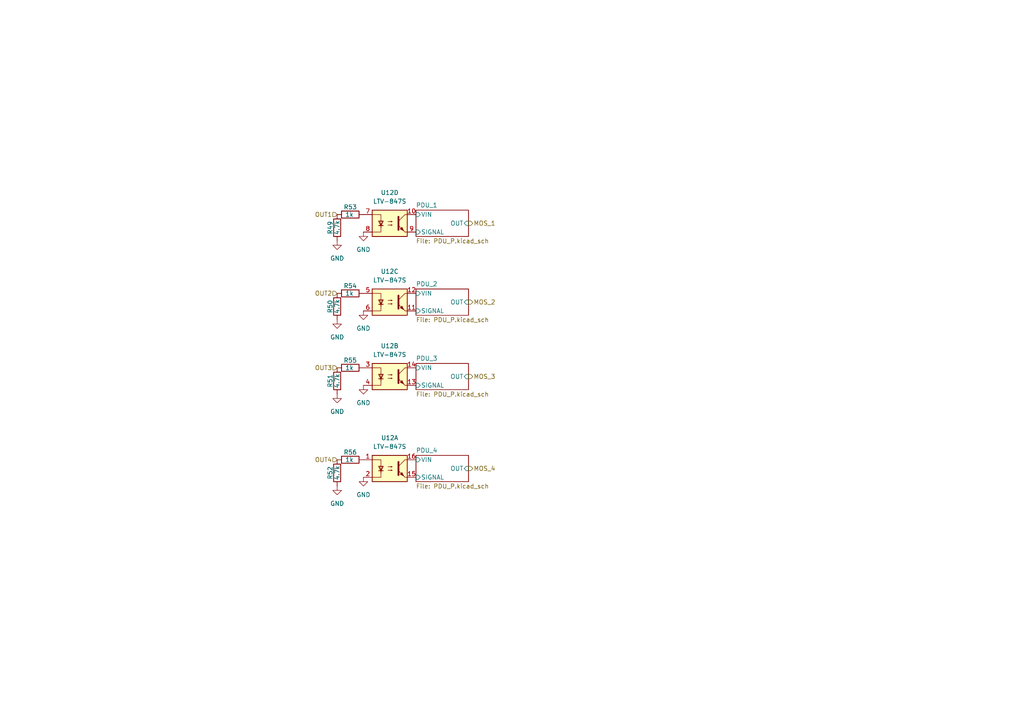
<source format=kicad_sch>
(kicad_sch (version 20250114) (generator "eeschema") (generator_version "9.0")
  (paper "A4")
  (lib_symbols
    (symbol "Device:R" (pin_numbers (hide yes)) (pin_names (offset 0))
      (property "Reference" "R" (at 2.032 0 90))
      (property "Value" "R" (at 0 0 90))
      (symbol "R_0_1"
        (rectangle (start -1.016 -2.54) (end 1.016 2.54) (stroke (width 0.254)))
      )
      (symbol "R_1_1"
        (pin passive line (at 0 3.81 270) (length 1.27) (name "~") (number "1"))
        (pin passive line (at 0 -3.81 90) (length 1.27) (name "~") (number "2"))
      )
    )
    (symbol "Isolator:LTV-847S" (pin_names (offset 1.016))
      (property "Reference" "U" (at -3.81 5.08 0))
      (property "Value" "LTV-847S" (at 0 -5.08 0))
      (symbol "LTV-847S_0_1"
        (rectangle (start -5.08 3.81) (end 5.08 -3.81) (stroke (width 0.254)) (fill (type background)))
        (polyline (pts (xy -5.08 2.54) (xy -2.54 2.54) (xy -2.54 -1.27) (xy -2.54 0.635)))
        (polyline (pts (xy -3.175 -0.635) (xy -1.905 -0.635)) (stroke (width 0.254)))
        (polyline (pts (xy -2.54 -0.635) (xy -2.54 -2.54) (xy -5.08 -2.54)))
        (polyline (pts (xy -2.54 -0.635) (xy -3.175 0.635) (xy -1.905 0.635) (xy -2.54 -0.635)) (stroke (width 0.254)))
        (polyline (pts (xy -0.508 0.508) (xy 0.762 0.508) (xy 0.381 0.381) (xy 0.381 0.635) (xy 0.762 0.508)))
        (polyline (pts (xy -0.508 -0.508) (xy 0.762 -0.508) (xy 0.381 -0.635) (xy 0.381 -0.381) (xy 0.762 -0.508)))
        (polyline (pts (xy 2.54 1.905) (xy 2.54 -1.905) (xy 2.54 -1.905)) (stroke (width 0.508)))
        (polyline (pts (xy 2.54 0.635) (xy 4.445 2.54)))
        (polyline (pts (xy 3.048 -1.651) (xy 3.556 -1.143) (xy 4.064 -2.159) (xy 3.048 -1.651) (xy 3.048 -1.651)) (fill (type outline)))
        (polyline (pts (xy 4.445 2.54) (xy 5.08 2.54)))
        (polyline (pts (xy 4.445 -2.54) (xy 2.54 -0.635)) (fill (type outline)))
        (polyline (pts (xy 4.445 -2.54) (xy 5.08 -2.54)))
      )
      (symbol "LTV-847S_1_1"
        (pin passive line (at -7.62 2.54 0) (length 2.54) (name "~") (number "1"))
        (pin passive line (at -7.62 -2.54 0) (length 2.54) (name "~") (number "2"))
        (pin passive line (at 7.62 2.54 180) (length 2.54) (name "~") (number "16"))
        (pin passive line (at 7.62 -2.54 180) (length 2.54) (name "~") (number "15"))
      )
      (symbol "LTV-847S_2_1"
        (pin passive line (at -7.62 2.54 0) (length 2.54) (name "~") (number "3"))
        (pin passive line (at -7.62 -2.54 0) (length 2.54) (name "~") (number "4"))
        (pin passive line (at 7.62 2.54 180) (length 2.54) (name "~") (number "14"))
        (pin passive line (at 7.62 -2.54 180) (length 2.54) (name "~") (number "13"))
      )
      (symbol "LTV-847S_3_1"
        (pin passive line (at -7.62 2.54 0) (length 2.54) (name "~") (number "5"))
        (pin passive line (at -7.62 -2.54 0) (length 2.54) (name "~") (number "6"))
        (pin passive line (at 7.62 2.54 180) (length 2.54) (name "~") (number "12"))
        (pin passive line (at 7.62 -2.54 180) (length 2.54) (name "~") (number "11"))
      )
      (symbol "LTV-847S_4_1"
        (pin passive line (at -7.62 2.54 0) (length 2.54) (name "~") (number "7"))
        (pin passive line (at -7.62 -2.54 0) (length 2.54) (name "~") (number "8"))
        (pin passive line (at 7.62 2.54 180) (length 2.54) (name "~") (number "10"))
        (pin passive line (at 7.62 -2.54 180) (length 2.54) (name "~") (number "9"))
      )
    )
    (symbol "power:GND" (power) (pin_names (offset 0))
      (property "Value" "GND" (at 0 -3.81 0))
      (symbol "GND_0_1"
        (polyline (pts (xy 0 0) (xy 0 -1.27) (xy 1.27 -1.27) (xy 0 -2.54) (xy -1.27 -1.27) (xy 0 -1.27)))
      )
      (symbol "GND_1_1"
        (pin power_in line (at 0 0 270) (length 0) (hide yes) (name "GND") (number "1"))
      )
    )
  )
  (hierarchical_label "MOS_2" (shape output) (at 135.89 87.63 0))
  (hierarchical_label "MOS_4" (shape output) (at 135.89 135.89 0))
  (hierarchical_label "MOS_1" (shape output) (at 135.89 64.77 0))
  (hierarchical_label "OUT3" (shape input) (at 97.79 106.68 180))
  (hierarchical_label "OUT1" (shape input) (at 97.79 62.23 180))
  (hierarchical_label "OUT4" (shape input) (at 97.79 133.35 180))
  (hierarchical_label "MOS_3" (shape output) (at 135.89 109.22 0))
  (hierarchical_label "OUT2" (shape input) (at 97.79 85.09 180))
  (symbol (lib_id "Device:R") (at 97.79 88.9 0) (mirror x) (unit 1)
    (property "Reference" "R50" (at 95.758 88.9 90))
    (property "Value" "4.7k" (at 97.79 88.9 90))
    (property "Footprint" "RMC_Resistor:R_0805_2012Metric_Pad1.20x1.40mm_HandSolder_L" (effects (hide yes)))
  )
  (symbol (lib_id "Device:R") (at 97.79 66.04 0) (mirror x) (unit 1)
    (property "Reference" "R49" (at 95.758 66.04 90))
    (property "Value" "4.7k" (at 97.79 66.04 90))
    (property "Footprint" "RMC_Resistor:R_0805_2012Metric_Pad1.20x1.40mm_HandSolder_L" (effects (hide yes)))
  )
  (symbol (lib_id "Device:R") (at 97.79 137.16 0) (mirror x) (unit 1)
    (property "Reference" "R52" (at 95.758 137.16 90))
    (property "Value" "4.7k" (at 97.79 137.16 90))
    (property "Footprint" "RMC_Resistor:R_0805_2012Metric_Pad1.20x1.40mm_HandSolder_L" (effects (hide yes)))
  )
  (symbol (lib_id "power:GND") (at 97.79 140.97 0) (unit 1)
    (property "Reference" "#PWR092" (effects (hide yes)))
    (property "Value" "GND" (at 97.79 146.05 0))
  )
  (symbol (lib_id "power:GND") (at 105.41 67.31 0) (unit 1)
    (property "Reference" "#PWR093" (effects (hide yes)))
    (property "Value" "GND" (at 105.41 72.39 0))
  )
  (symbol (lib_id "Isolator:LTV-847S") (at 113.03 109.22 0) (unit 2)
    (property "Reference" "U12" (at 113.03 100.33 0))
    (property "Value" "LTV-847S" (at 113.03 102.87 0))
    (property "Footprint" "to be sorted:SMDIP-16_W9.53mm" (effects (hide yes)))
    (property "Datasheet" "http://www.us.liteon.com/downloads/LTV-817-827-847.PDF" (effects (hide yes)))
    (property "Description" "DC Optocoupler, Vce 35V, CTR 50%, SMDIP-16" (effects (hide yes)))
  )
  (symbol (lib_id "Device:R") (at 97.79 110.49 0) (mirror x) (unit 1)
    (property "Reference" "R51" (at 95.758 110.49 90))
    (property "Value" "4.7k" (at 97.79 110.49 90))
    (property "Footprint" "RMC_Resistor:R_0805_2012Metric_Pad1.20x1.40mm_HandSolder_L" (effects (hide yes)))
  )
  (symbol (lib_id "power:GND") (at 97.79 114.3 0) (unit 1)
    (property "Reference" "#PWR091" (effects (hide yes)))
    (property "Value" "GND" (at 97.79 119.38 0))
  )
  (symbol (lib_id "Isolator:LTV-847S") (at 113.03 87.63 0) (unit 3)
    (property "Reference" "U12" (at 113.03 78.74 0))
    (property "Value" "LTV-847S" (at 113.03 81.28 0))
    (property "Footprint" "to be sorted:SMDIP-16_W9.53mm" (effects (hide yes)))
    (property "Datasheet" "http://www.us.liteon.com/downloads/LTV-817-827-847.PDF" (effects (hide yes)))
    (property "Description" "DC Optocoupler, Vce 35V, CTR 50%, SMDIP-16" (effects (hide yes)))
  )
  (symbol (lib_id "power:GND") (at 97.79 69.85 0) (unit 1)
    (property "Reference" "#PWR089" (effects (hide yes)))
    (property "Value" "GND" (at 97.79 74.93 0))
  )
  (symbol (lib_id "power:GND") (at 105.41 138.43 0) (unit 1)
    (property "Reference" "#PWR096" (effects (hide yes)))
    (property "Value" "GND" (at 105.41 143.51 0))
  )
  (symbol (lib_id "Device:R") (at 101.6 133.35 90) (mirror x) (unit 1)
    (property "Reference" "R56" (at 101.6 131.191 90))
    (property "Value" "1k" (at 101.346 133.35 90))
    (property "Footprint" "RMC_Resistor:R_0805_2012Metric_Pad1.20x1.40mm_HandSolder_L" (effects (hide yes)))
  )
  (symbol (lib_id "Isolator:LTV-847S") (at 113.03 64.77 0) (unit 4)
    (property "Reference" "U12" (at 113.03 55.88 0))
    (property "Value" "LTV-847S" (at 113.03 58.42 0))
    (property "Footprint" "to be sorted:SMDIP-16_W9.53mm" (effects (hide yes)))
    (property "Datasheet" "http://www.us.liteon.com/downloads/LTV-817-827-847.PDF" (effects (hide yes)))
    (property "Description" "DC Optocoupler, Vce 35V, CTR 50%, SMDIP-16" (effects (hide yes)))
  )
  (symbol (lib_id "Isolator:LTV-847S") (at 113.03 135.89 0) (unit 1)
    (property "Reference" "U12" (at 113.03 127 0))
    (property "Value" "LTV-847S" (at 113.03 129.54 0))
    (property "Footprint" "to be sorted:SMDIP-16_W9.53mm" (effects (hide yes)))
    (property "Datasheet" "http://www.us.liteon.com/downloads/LTV-817-827-847.PDF" (effects (hide yes)))
    (property "Description" "DC Optocoupler, Vce 35V, CTR 50%, SMDIP-16" (effects (hide yes)))
  )
  (symbol (lib_id "power:GND") (at 105.41 111.76 0) (unit 1)
    (property "Reference" "#PWR095" (effects (hide yes)))
    (property "Value" "GND" (at 105.41 116.84 0))
  )
  (symbol (lib_id "Device:R") (at 101.6 62.23 90) (mirror x) (unit 1)
    (property "Reference" "R53" (at 101.6 60.071 90))
    (property "Value" "1k" (at 101.346 62.23 90))
    (property "Footprint" "RMC_Resistor:R_0805_2012Metric_Pad1.20x1.40mm_HandSolder_L" (effects (hide yes)))
  )
  (symbol (lib_id "power:GND") (at 105.41 90.17 0) (unit 1)
    (property "Reference" "#PWR094" (effects (hide yes)))
    (property "Value" "GND" (at 105.41 95.25 0))
  )
  (symbol (lib_id "power:GND") (at 97.79 92.71 0) (unit 1)
    (property "Reference" "#PWR090" (effects (hide yes)))
    (property "Value" "GND" (at 97.79 97.79 0))
  )
  (symbol (lib_id "Device:R") (at 101.6 106.68 90) (mirror x) (unit 1)
    (property "Reference" "R55" (at 101.6 104.521 90))
    (property "Value" "1k" (at 101.346 106.68 90))
    (property "Footprint" "RMC_Resistor:R_0805_2012Metric_Pad1.20x1.40mm_HandSolder_L" (effects (hide yes)))
  )
  (symbol (lib_id "Device:R") (at 101.6 85.09 90) (mirror x) (unit 1)
    (property "Reference" "R54" (at 101.6 82.931 90))
    (property "Value" "1k" (at 101.346 85.09 90))
    (property "Footprint" "RMC_Resistor:R_0805_2012Metric_Pad1.20x1.40mm_HandSolder_L" (effects (hide yes)))
  )
  (sheet (at 120.65 132.08) (size 15.24 7.62) (stroke (width 0.1524))
    (property "Sheetname" "PDU_4" (at 120.65 131.3684 0) (effects (justify left bottom)))
    (property "Sheetfile" "PDU_P.kicad_sch" (at 120.65 140.2846 0) (effects (justify left top)))
    (pin "OUT" input (at 135.89 135.89 0))
    (pin "SIGNAL" input (at 120.65 138.43 180))
    (pin "VIN" input (at 120.65 133.35 180))
  )
  (sheet (at 120.65 83.82) (size 15.24 7.62) (stroke (width 0.1524))
    (property "Sheetname" "PDU_2" (at 120.65 83.1084 0) (effects (justify left bottom)))
    (property "Sheetfile" "PDU_P.kicad_sch" (at 120.65 92.0246 0) (effects (justify left top)))
    (pin "OUT" input (at 135.89 87.63 0))
    (pin "SIGNAL" input (at 120.65 90.17 180))
    (pin "VIN" input (at 120.65 85.09 180))
  )
  (sheet (at 120.65 105.41) (size 15.24 7.62) (stroke (width 0.1524))
    (property "Sheetname" "PDU_3" (at 120.65 104.6984 0) (effects (justify left bottom)))
    (property "Sheetfile" "PDU_P.kicad_sch" (at 120.65 113.6146 0) (effects (justify left top)))
    (pin "OUT" input (at 135.89 109.22 0))
    (pin "SIGNAL" input (at 120.65 111.76 180))
    (pin "VIN" input (at 120.65 106.68 180))
  )
  (sheet (at 120.65 60.96) (size 15.24 7.62) (stroke (width 0.1524))
    (property "Sheetname" "PDU_1" (at 120.65 60.2484 0) (effects (justify left bottom)))
    (property "Sheetfile" "PDU_P.kicad_sch" (at 120.65 69.1646 0) (effects (justify left top)))
    (pin "OUT" input (at 135.89 64.77 0))
    (pin "SIGNAL" input (at 120.65 67.31 180))
    (pin "VIN" input (at 120.65 62.23 180))
  )
)
</source>
